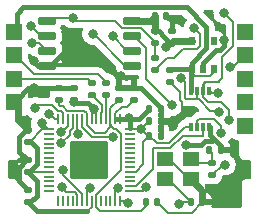
<source format=gbr>
%TF.GenerationSoftware,KiCad,Pcbnew,(6.0.2-0)*%
%TF.CreationDate,2022-06-01T12:35:39-04:00*%
%TF.ProjectId,hitclips_2040,68697463-6c69-4707-935f-323034302e6b,rev?*%
%TF.SameCoordinates,Original*%
%TF.FileFunction,Copper,L1,Top*%
%TF.FilePolarity,Positive*%
%FSLAX46Y46*%
G04 Gerber Fmt 4.6, Leading zero omitted, Abs format (unit mm)*
G04 Created by KiCad (PCBNEW (6.0.2-0)) date 2022-06-01 12:35:39*
%MOMM*%
%LPD*%
G01*
G04 APERTURE LIST*
G04 Aperture macros list*
%AMRoundRect*
0 Rectangle with rounded corners*
0 $1 Rounding radius*
0 $2 $3 $4 $5 $6 $7 $8 $9 X,Y pos of 4 corners*
0 Add a 4 corners polygon primitive as box body*
4,1,4,$2,$3,$4,$5,$6,$7,$8,$9,$2,$3,0*
0 Add four circle primitives for the rounded corners*
1,1,$1+$1,$2,$3*
1,1,$1+$1,$4,$5*
1,1,$1+$1,$6,$7*
1,1,$1+$1,$8,$9*
0 Add four rect primitives between the rounded corners*
20,1,$1+$1,$2,$3,$4,$5,0*
20,1,$1+$1,$4,$5,$6,$7,0*
20,1,$1+$1,$6,$7,$8,$9,0*
20,1,$1+$1,$8,$9,$2,$3,0*%
G04 Aperture macros list end*
%TA.AperFunction,SMDPad,CuDef*%
%ADD10RoundRect,0.150000X-0.650000X-0.150000X0.650000X-0.150000X0.650000X0.150000X-0.650000X0.150000X0*%
%TD*%
%TA.AperFunction,SMDPad,CuDef*%
%ADD11RoundRect,0.140000X-0.140000X-0.170000X0.140000X-0.170000X0.140000X0.170000X-0.140000X0.170000X0*%
%TD*%
%TA.AperFunction,SMDPad,CuDef*%
%ADD12RoundRect,0.140000X0.170000X-0.140000X0.170000X0.140000X-0.170000X0.140000X-0.170000X-0.140000X0*%
%TD*%
%TA.AperFunction,SMDPad,CuDef*%
%ADD13RoundRect,0.135000X-0.185000X0.135000X-0.185000X-0.135000X0.185000X-0.135000X0.185000X0.135000X0*%
%TD*%
%TA.AperFunction,SMDPad,CuDef*%
%ADD14RoundRect,0.135000X0.185000X-0.135000X0.185000X0.135000X-0.185000X0.135000X-0.185000X-0.135000X0*%
%TD*%
%TA.AperFunction,SMDPad,CuDef*%
%ADD15RoundRect,0.140000X0.140000X0.170000X-0.140000X0.170000X-0.140000X-0.170000X0.140000X-0.170000X0*%
%TD*%
%TA.AperFunction,SMDPad,CuDef*%
%ADD16R,0.510000X0.700000*%
%TD*%
%TA.AperFunction,SMDPad,CuDef*%
%ADD17R,1.400000X1.200000*%
%TD*%
%TA.AperFunction,ComponentPad*%
%ADD18R,1.350000X1.350000*%
%TD*%
%TA.AperFunction,SMDPad,CuDef*%
%ADD19RoundRect,0.140000X-0.170000X0.140000X-0.170000X-0.140000X0.170000X-0.140000X0.170000X0.140000X0*%
%TD*%
%TA.AperFunction,SMDPad,CuDef*%
%ADD20RoundRect,0.050000X-0.387500X-0.050000X0.387500X-0.050000X0.387500X0.050000X-0.387500X0.050000X0*%
%TD*%
%TA.AperFunction,SMDPad,CuDef*%
%ADD21RoundRect,0.050000X-0.050000X-0.387500X0.050000X-0.387500X0.050000X0.387500X-0.050000X0.387500X0*%
%TD*%
%TA.AperFunction,SMDPad,CuDef*%
%ADD22RoundRect,0.144000X-1.456000X-1.456000X1.456000X-1.456000X1.456000X1.456000X-1.456000X1.456000X0*%
%TD*%
%TA.AperFunction,ComponentPad*%
%ADD23C,0.600000*%
%TD*%
%TA.AperFunction,SMDPad,CuDef*%
%ADD24R,0.300000X0.800000*%
%TD*%
%TA.AperFunction,ViaPad*%
%ADD25C,0.800000*%
%TD*%
%TA.AperFunction,Conductor*%
%ADD26C,0.400000*%
%TD*%
%TA.AperFunction,Conductor*%
%ADD27C,0.200000*%
%TD*%
%TA.AperFunction,Conductor*%
%ADD28C,0.130000*%
%TD*%
%TA.AperFunction,Conductor*%
%ADD29C,0.600000*%
%TD*%
G04 APERTURE END LIST*
D10*
%TO.P,U2,1,~{CS}*%
%TO.N,QSPI_SS*%
X118320000Y-71247000D03*
%TO.P,U2,2,DO(IO1)*%
%TO.N,QSPI_SD1*%
X118320000Y-72517000D03*
%TO.P,U2,3,IO2*%
%TO.N,QSPI_SD2*%
X118320000Y-73787000D03*
%TO.P,U2,4,GND*%
%TO.N,GND*%
X118320000Y-75057000D03*
%TO.P,U2,5,DI(IO0)*%
%TO.N,QSPI_SD0*%
X125520000Y-75057000D03*
%TO.P,U2,6,CLK*%
%TO.N,QSPI_CLK*%
X125520000Y-73787000D03*
%TO.P,U2,7,IO3*%
%TO.N,QSPI_SD3*%
X125520000Y-72517000D03*
%TO.P,U2,8,VCC*%
%TO.N,+3V3*%
X125520000Y-71247000D03*
%TD*%
D11*
%TO.P,C14,1*%
%TO.N,+3V3*%
X127508000Y-70866000D03*
%TO.P,C14,2*%
%TO.N,GND*%
X128468000Y-70866000D03*
%TD*%
D12*
%TO.P,C9,1*%
%TO.N,+3V3*%
X116713000Y-81506000D03*
%TO.P,C9,2*%
%TO.N,GND*%
X116713000Y-80546000D03*
%TD*%
D13*
%TO.P,R3,1*%
%TO.N,+3V3*%
X127508000Y-72134000D03*
%TO.P,R3,2*%
%TO.N,QSPI_SS*%
X127508000Y-73154000D03*
%TD*%
%TO.P,R5,1*%
%TO.N,Net-(C16-Pad2)*%
X132334000Y-83310000D03*
%TO.P,R5,2*%
%TO.N,XOUT*%
X132334000Y-84330000D03*
%TD*%
D14*
%TO.P,R1,1*%
%TO.N,Net-(R1-Pad1)*%
X122123200Y-77522800D03*
%TO.P,R1,2*%
%TO.N,USB_D+*%
X122123200Y-76502800D03*
%TD*%
D12*
%TO.P,C11,1*%
%TO.N,+1V1*%
X119380000Y-77950000D03*
%TO.P,C11,2*%
%TO.N,GND*%
X119380000Y-76990000D03*
%TD*%
D11*
%TO.P,C5,1*%
%TO.N,+3V3*%
X127028000Y-81026000D03*
%TO.P,C5,2*%
%TO.N,GND*%
X127988000Y-81026000D03*
%TD*%
D15*
%TO.P,C15,1*%
%TO.N,GND*%
X131516000Y-86614000D03*
%TO.P,C15,2*%
%TO.N,XIN*%
X130556000Y-86614000D03*
%TD*%
D16*
%TO.P,U1,1,Vin*%
%TO.N,VBUS*%
X130622000Y-75328000D03*
%TO.P,U1,2,GND*%
%TO.N,GND*%
X131572000Y-75328000D03*
%TO.P,U1,3,En*%
%TO.N,VBUS*%
X132522000Y-75328000D03*
%TO.P,U1,4,NC*%
%TO.N,unconnected-(U1-Pad4)*%
X132522000Y-73008000D03*
%TO.P,U1,5,Vout*%
%TO.N,+3V3*%
X130622000Y-73008000D03*
%TD*%
D12*
%TO.P,C13,1*%
%TO.N,+3V3*%
X125730000Y-77950000D03*
%TO.P,C13,2*%
%TO.N,GND*%
X125730000Y-76990000D03*
%TD*%
D17*
%TO.P,Y1,1,1*%
%TO.N,XIN*%
X128313000Y-84670000D03*
%TO.P,Y1,2,2*%
%TO.N,GND*%
X130513000Y-84670000D03*
%TO.P,Y1,3,3*%
%TO.N,Net-(C16-Pad2)*%
X130513000Y-82970000D03*
%TO.P,Y1,4,4*%
%TO.N,GND*%
X128313000Y-82970000D03*
%TD*%
D18*
%TO.P,J1,1,Pin_1*%
%TO.N,VBUS*%
X115570000Y-72184000D03*
%TO.P,J1,2,Pin_2*%
%TO.N,USB_D-*%
X115570000Y-74184000D03*
%TO.P,J1,3,Pin_3*%
%TO.N,USB_D+*%
X115570000Y-76184000D03*
%TO.P,J1,4,Pin_4*%
%TO.N,GND*%
X115570000Y-78184000D03*
%TD*%
D12*
%TO.P,C7,1*%
%TO.N,+3V3*%
X116713000Y-86586000D03*
%TO.P,C7,2*%
%TO.N,GND*%
X116713000Y-85626000D03*
%TD*%
D11*
%TO.P,C3,1*%
%TO.N,+3V3*%
X127028000Y-78740000D03*
%TO.P,C3,2*%
%TO.N,GND*%
X127988000Y-78740000D03*
%TD*%
D15*
%TO.P,C16,1*%
%TO.N,GND*%
X133068000Y-82169000D03*
%TO.P,C16,2*%
%TO.N,Net-(C16-Pad2)*%
X132108000Y-82169000D03*
%TD*%
D19*
%TO.P,C1,1*%
%TO.N,VBUS*%
X128778000Y-75466000D03*
%TO.P,C1,2*%
%TO.N,GND*%
X128778000Y-76426000D03*
%TD*%
D14*
%TO.P,R2,1*%
%TO.N,Net-(R2-Pad1)*%
X123342400Y-77522800D03*
%TO.P,R2,2*%
%TO.N,USB_D-*%
X123342400Y-76502800D03*
%TD*%
D20*
%TO.P,U3,1,IOVDD*%
%TO.N,+3V3*%
X118482500Y-80458000D03*
%TO.P,U3,2,GPIO0*%
%TO.N,unconnected-(U3-Pad2)*%
X118482500Y-80858000D03*
%TO.P,U3,3,GPIO1*%
%TO.N,unconnected-(U3-Pad3)*%
X118482500Y-81258000D03*
%TO.P,U3,4,GPIO2*%
%TO.N,unconnected-(U3-Pad4)*%
X118482500Y-81658000D03*
%TO.P,U3,5,GPIO3*%
%TO.N,unconnected-(U3-Pad5)*%
X118482500Y-82058000D03*
%TO.P,U3,6,GPIO4*%
%TO.N,unconnected-(U3-Pad6)*%
X118482500Y-82458000D03*
%TO.P,U3,7,GPIO5*%
%TO.N,unconnected-(U3-Pad7)*%
X118482500Y-82858000D03*
%TO.P,U3,8,GPIO6*%
%TO.N,unconnected-(U3-Pad8)*%
X118482500Y-83258000D03*
%TO.P,U3,9,GPIO7*%
%TO.N,unconnected-(U3-Pad9)*%
X118482500Y-83658000D03*
%TO.P,U3,10,IOVDD*%
%TO.N,+3V3*%
X118482500Y-84058000D03*
%TO.P,U3,11,GPIO8*%
%TO.N,unconnected-(U3-Pad11)*%
X118482500Y-84458000D03*
%TO.P,U3,12,GPIO9*%
%TO.N,unconnected-(U3-Pad12)*%
X118482500Y-84858000D03*
%TO.P,U3,13,GPIO10*%
%TO.N,unconnected-(U3-Pad13)*%
X118482500Y-85258000D03*
%TO.P,U3,14,GPIO11*%
%TO.N,unconnected-(U3-Pad14)*%
X118482500Y-85658000D03*
D21*
%TO.P,U3,15,GPIO12*%
%TO.N,unconnected-(U3-Pad15)*%
X119320000Y-86495500D03*
%TO.P,U3,16,GPIO13*%
%TO.N,unconnected-(U3-Pad16)*%
X119720000Y-86495500D03*
%TO.P,U3,17,GPIO14*%
%TO.N,unconnected-(U3-Pad17)*%
X120120000Y-86495500D03*
%TO.P,U3,18,GPIO15*%
%TO.N,unconnected-(U3-Pad18)*%
X120520000Y-86495500D03*
%TO.P,U3,19,TESTEN*%
%TO.N,GND*%
X120920000Y-86495500D03*
%TO.P,U3,20,XIN*%
%TO.N,XIN*%
X121320000Y-86495500D03*
%TO.P,U3,21,XOUT*%
%TO.N,XOUT*%
X121720000Y-86495500D03*
%TO.P,U3,22,IOVDD*%
%TO.N,+3V3*%
X122120000Y-86495500D03*
%TO.P,U3,23,DVDD*%
%TO.N,+1V1*%
X122520000Y-86495500D03*
%TO.P,U3,24,SWCLK*%
%TO.N,unconnected-(U3-Pad24)*%
X122920000Y-86495500D03*
%TO.P,U3,25,SWD*%
%TO.N,unconnected-(U3-Pad25)*%
X123320000Y-86495500D03*
%TO.P,U3,26,RUN*%
%TO.N,unconnected-(U3-Pad26)*%
X123720000Y-86495500D03*
%TO.P,U3,27,GPIO16*%
%TO.N,PLY_TGL*%
X124120000Y-86495500D03*
%TO.P,U3,28,GPIO17*%
%TO.N,DBG*%
X124520000Y-86495500D03*
D20*
%TO.P,U3,29,GPIO18*%
%TO.N,AUD+*%
X125357500Y-85658000D03*
%TO.P,U3,30,GPIO19*%
%TO.N,AUD-*%
X125357500Y-85258000D03*
%TO.P,U3,31,GPIO20*%
%TO.N,unconnected-(U3-Pad31)*%
X125357500Y-84858000D03*
%TO.P,U3,32,GPIO21*%
%TO.N,unconnected-(U3-Pad32)*%
X125357500Y-84458000D03*
%TO.P,U3,33,IOVDD*%
%TO.N,+3V3*%
X125357500Y-84058000D03*
%TO.P,U3,34,GPIO22*%
%TO.N,unconnected-(U3-Pad34)*%
X125357500Y-83658000D03*
%TO.P,U3,35,GPIO23*%
%TO.N,unconnected-(U3-Pad35)*%
X125357500Y-83258000D03*
%TO.P,U3,36,GPIO24*%
%TO.N,unconnected-(U3-Pad36)*%
X125357500Y-82858000D03*
%TO.P,U3,37,GPIO25*%
%TO.N,unconnected-(U3-Pad37)*%
X125357500Y-82458000D03*
%TO.P,U3,38,GPIO26_ADC0*%
%TO.N,unconnected-(U3-Pad38)*%
X125357500Y-82058000D03*
%TO.P,U3,39,GPIO27_ADC1*%
%TO.N,unconnected-(U3-Pad39)*%
X125357500Y-81658000D03*
%TO.P,U3,40,GPIO28_ADC2*%
%TO.N,unconnected-(U3-Pad40)*%
X125357500Y-81258000D03*
%TO.P,U3,41,GPIO29_ADC3*%
%TO.N,unconnected-(U3-Pad41)*%
X125357500Y-80858000D03*
%TO.P,U3,42,IOVDD*%
%TO.N,+3V3*%
X125357500Y-80458000D03*
D21*
%TO.P,U3,43,ADC_AVDD*%
X124520000Y-79620500D03*
%TO.P,U3,44,VREG_IN*%
X124120000Y-79620500D03*
%TO.P,U3,45,VREG_VOUT*%
%TO.N,+1V1*%
X123720000Y-79620500D03*
%TO.P,U3,46,USB_DM*%
%TO.N,Net-(R2-Pad1)*%
X123320000Y-79620500D03*
%TO.P,U3,47,USB_DP*%
%TO.N,Net-(R1-Pad1)*%
X122920000Y-79620500D03*
%TO.P,U3,48,USB_VDD*%
%TO.N,+3V3*%
X122520000Y-79620500D03*
%TO.P,U3,49,IOVDD*%
X122120000Y-79620500D03*
%TO.P,U3,50,DVDD*%
%TO.N,+1V1*%
X121720000Y-79620500D03*
%TO.P,U3,51,QSPI_SD3*%
%TO.N,QSPI_SD3*%
X121320000Y-79620500D03*
%TO.P,U3,52,QSPI_SCLK*%
%TO.N,QSPI_CLK*%
X120920000Y-79620500D03*
%TO.P,U3,53,QSPI_SD0*%
%TO.N,QSPI_SD0*%
X120520000Y-79620500D03*
%TO.P,U3,54,QSPI_SD2*%
%TO.N,QSPI_SD2*%
X120120000Y-79620500D03*
%TO.P,U3,55,QSPI_SD1*%
%TO.N,QSPI_SD1*%
X119720000Y-79620500D03*
%TO.P,U3,56,QSPI_SS*%
%TO.N,QSPI_SS*%
X119320000Y-79620500D03*
D22*
%TO.P,U3,57,GND*%
%TO.N,GND*%
X121920000Y-83058000D03*
D23*
X120645000Y-81783000D03*
X123195000Y-84333000D03*
X121920000Y-84333000D03*
X120645000Y-83058000D03*
X123195000Y-83058000D03*
X121920000Y-83058000D03*
X121920000Y-81783000D03*
X120645000Y-84333000D03*
X123195000Y-81783000D03*
%TD*%
D24*
%TO.P,U5,1,VCCA*%
%TO.N,+3V3*%
X130568000Y-80290000D03*
%TO.P,U5,2,1A*%
%TO.N,AUD+*%
X131068000Y-80290000D03*
%TO.P,U5,3,2A*%
%TO.N,AUD-*%
X131568000Y-80290000D03*
%TO.P,U5,4,GND*%
%TO.N,GND*%
X132068000Y-80290000D03*
%TO.P,U5,5,DIR*%
%TO.N,+3V3*%
X132068000Y-77190000D03*
%TO.P,U5,6,2B*%
%TO.N,AUD_OUT-*%
X131568000Y-77190000D03*
%TO.P,U5,7,1B*%
%TO.N,AUD_OUT+*%
X131068000Y-77190000D03*
%TO.P,U5,8,VCCB*%
%TO.N,VBUS*%
X130568000Y-77190000D03*
%TD*%
D12*
%TO.P,C2,1*%
%TO.N,+3V3*%
X128905000Y-73124000D03*
%TO.P,C2,2*%
%TO.N,GND*%
X128905000Y-72164000D03*
%TD*%
%TO.P,C6,1*%
%TO.N,+3V3*%
X120650000Y-77950000D03*
%TO.P,C6,2*%
%TO.N,GND*%
X120650000Y-76990000D03*
%TD*%
D11*
%TO.P,C4,1*%
%TO.N,+3V3*%
X127028000Y-79756000D03*
%TO.P,C4,2*%
%TO.N,GND*%
X127988000Y-79756000D03*
%TD*%
%TO.P,C10,1*%
%TO.N,+1V1*%
X126746000Y-86614000D03*
%TO.P,C10,2*%
%TO.N,GND*%
X127706000Y-86614000D03*
%TD*%
D12*
%TO.P,C8,1*%
%TO.N,+3V3*%
X116713000Y-84046000D03*
%TO.P,C8,2*%
%TO.N,GND*%
X116713000Y-83086000D03*
%TD*%
D18*
%TO.P,J2,1,Pin_1*%
%TO.N,BOOTSEL*%
X135128000Y-72183800D03*
%TO.P,J2,2,Pin_2*%
%TO.N,PLY_TGL*%
X135128000Y-74183800D03*
%TO.P,J2,3,Pin_3*%
%TO.N,AUD_OUT+*%
X135128000Y-76183800D03*
%TO.P,J2,4,Pin_4*%
%TO.N,AUD_OUT-*%
X135128000Y-78183800D03*
%TO.P,J2,5,Pin_5*%
%TO.N,DBG*%
X135128000Y-80183800D03*
%TD*%
D14*
%TO.P,R4,1*%
%TO.N,BOOTSEL*%
X127508000Y-75440000D03*
%TO.P,R4,2*%
%TO.N,QSPI_SS*%
X127508000Y-74420000D03*
%TD*%
D12*
%TO.P,C12,1*%
%TO.N,+1V1*%
X124460000Y-77950000D03*
%TO.P,C12,2*%
%TO.N,GND*%
X124460000Y-76990000D03*
%TD*%
D25*
%TO.N,GND*%
X119964083Y-72252817D03*
X133376502Y-72898000D03*
X117244011Y-76990000D03*
X119634000Y-85344000D03*
X124640503Y-75920500D03*
X130112619Y-81753630D03*
X129667000Y-71311500D03*
X117244011Y-74676000D03*
X129032000Y-80137000D03*
%TO.N,+3V3*%
X132845755Y-77412502D03*
X120650000Y-78183980D03*
X126326000Y-80458000D03*
X117906800Y-79948630D03*
X125268627Y-79531627D03*
X128403866Y-73473825D03*
X122326400Y-78740000D03*
%TO.N,XIN*%
X119720500Y-83881531D03*
X129540000Y-86805500D03*
%TO.N,BOOTSEL*%
X130810000Y-71882000D03*
%TO.N,PLY_TGL*%
X124332150Y-85430466D03*
X133853486Y-75184000D03*
%TO.N,AUD_OUT+*%
X132909544Y-78959944D03*
X129670315Y-76127500D03*
%TO.N,AUD_OUT-*%
X133731000Y-79629000D03*
X133350000Y-70612000D03*
%TO.N,DBG*%
X125222000Y-86676500D03*
%TO.N,QSPI_SS*%
X120523000Y-70993000D03*
X118546225Y-79155675D03*
%TO.N,XOUT*%
X121999182Y-85462372D03*
X133412500Y-83439000D03*
%TO.N,QSPI_SD1*%
X117365702Y-78632169D03*
X116974356Y-71675982D03*
%TO.N,QSPI_SD2*%
X119560070Y-80648130D03*
X117094000Y-73152000D03*
%TO.N,QSPI_SD0*%
X122248058Y-72393905D03*
X119519500Y-81646807D03*
%TO.N,QSPI_CLK*%
X120983908Y-80842637D03*
X123952000Y-72581500D03*
%TO.N,QSPI_SD3*%
X123935180Y-81111989D03*
X128905000Y-78421500D03*
%TO.N,AUD+*%
X133096000Y-80772000D03*
X126769269Y-85367269D03*
%TD*%
D26*
%TO.N,VBUS*%
X128916000Y-75328000D02*
X128778000Y-75466000D01*
X130518489Y-75431511D02*
X130518489Y-77190000D01*
X130162680Y-70104000D02*
X116332000Y-70104000D01*
D27*
X130841511Y-75977511D02*
X130622000Y-75758000D01*
X132522000Y-75328000D02*
X132522000Y-75582022D01*
D26*
X116332000Y-70104000D02*
X115770020Y-70665980D01*
X130622000Y-75328000D02*
X128916000Y-75328000D01*
D27*
X132126511Y-75977511D02*
X130841511Y-75977511D01*
D26*
X131826000Y-73604427D02*
X131826000Y-71767320D01*
D27*
X130622000Y-75758000D02*
X130622000Y-75328000D01*
D26*
X131826000Y-71767320D02*
X130162680Y-70104000D01*
X130622000Y-75328000D02*
X130518489Y-75431511D01*
D27*
X132522000Y-75582022D02*
X132126511Y-75977511D01*
D26*
X115770020Y-70665980D02*
X115770020Y-72184000D01*
X130622000Y-74808427D02*
X131826000Y-73604427D01*
X130622000Y-75328000D02*
X130622000Y-74808427D01*
D28*
%TO.N,GND*%
X120920000Y-86013202D02*
X120700278Y-85793480D01*
D26*
X132467160Y-81273840D02*
X132117511Y-80924191D01*
X132688467Y-73757511D02*
X132998489Y-73757511D01*
X127988000Y-79756000D02*
X127988000Y-78740000D01*
X132117511Y-80924191D02*
X132117511Y-80290000D01*
D27*
X129619449Y-77267449D02*
X129619449Y-77955477D01*
X128778000Y-76426000D02*
X129619449Y-77267449D01*
D29*
X130513000Y-84670000D02*
X131516000Y-85673000D01*
D26*
X127988000Y-78740000D02*
X127988000Y-78627004D01*
D27*
X129794000Y-79375000D02*
X129032000Y-80137000D01*
X128440000Y-82970000D02*
X128690000Y-82970000D01*
D26*
X119380000Y-76990000D02*
X116764000Y-76990000D01*
X128905000Y-72164000D02*
X128905000Y-71303000D01*
D27*
X128690000Y-82970000D02*
X130390000Y-84670000D01*
D26*
X115951000Y-84864000D02*
X116713000Y-85626000D01*
X133068000Y-82169000D02*
X133068000Y-81874680D01*
X118627138Y-75057000D02*
X119964083Y-73720055D01*
X115951000Y-83735004D02*
X115951000Y-84864000D01*
X133068000Y-81874680D02*
X132467160Y-81273840D01*
X128905000Y-71303000D02*
X128468000Y-70866000D01*
X116003480Y-81142524D02*
X116003480Y-82376480D01*
X117625011Y-75057000D02*
X117244011Y-74676000D01*
X131572000Y-74873978D02*
X132688467Y-73757511D01*
X131708498Y-81459480D02*
X132281520Y-81459480D01*
D27*
X124640503Y-75920500D02*
X124460000Y-76101003D01*
D26*
X116713000Y-83086000D02*
X116600004Y-83086000D01*
X132998489Y-73757511D02*
X133376502Y-73379498D01*
X116003480Y-82376480D02*
X116713000Y-83086000D01*
X130112619Y-81753630D02*
X131414348Y-81753630D01*
D28*
X119931080Y-85793480D02*
X119634000Y-85496400D01*
D26*
X116713000Y-80546000D02*
X116600004Y-80546000D01*
X118320000Y-75057000D02*
X118627138Y-75057000D01*
X118320000Y-75057000D02*
X117625011Y-75057000D01*
D29*
X131516000Y-85673000D02*
X131516000Y-86614000D01*
D27*
X124460000Y-76101003D02*
X124460000Y-76990000D01*
D26*
X127988000Y-78627004D02*
X126350996Y-76990000D01*
D27*
X129794000Y-78130028D02*
X129794000Y-79375000D01*
D26*
X131572000Y-75328000D02*
X131572000Y-74873978D01*
X116764000Y-76990000D02*
X115770020Y-77983980D01*
X127988000Y-81026000D02*
X127988000Y-79756000D01*
D29*
X127988000Y-79756000D02*
X128651000Y-79756000D01*
D27*
X129619449Y-77955477D02*
X129794000Y-78130028D01*
D26*
X116600004Y-80546000D02*
X116003480Y-81142524D01*
D27*
X127706000Y-86614000D02*
X128597011Y-87505011D01*
D28*
X119634000Y-85496400D02*
X119634000Y-85344000D01*
D26*
X116600004Y-83086000D02*
X115951000Y-83735004D01*
D28*
X120920000Y-86495500D02*
X120920000Y-86013202D01*
D27*
X128597011Y-87505011D02*
X130624989Y-87505011D01*
D26*
X132281520Y-81459480D02*
X132467160Y-81273840D01*
D29*
X116713000Y-80546000D02*
X115870020Y-79703020D01*
D28*
X120700278Y-85793480D02*
X119931080Y-85793480D01*
D26*
X128905000Y-71303000D02*
X129658500Y-71303000D01*
X115770020Y-77983980D02*
X115770020Y-78184000D01*
D29*
X128651000Y-79756000D02*
X129032000Y-80137000D01*
D26*
X133376502Y-73379498D02*
X133376502Y-72898000D01*
X120650000Y-76990000D02*
X119380000Y-76990000D01*
X129658500Y-71303000D02*
X129667000Y-71311500D01*
X126350996Y-76990000D02*
X125730000Y-76990000D01*
X131414348Y-81753630D02*
X131708498Y-81459480D01*
D27*
X130624989Y-87505011D02*
X131516000Y-86614000D01*
D29*
X115870020Y-79703020D02*
X115870020Y-78184000D01*
D26*
X119964083Y-73720055D02*
X119964083Y-72252817D01*
%TO.N,+3V3*%
X121811920Y-78225520D02*
X122326400Y-78740000D01*
D29*
X125520000Y-71247000D02*
X127127000Y-71247000D01*
D27*
X122120000Y-87027295D02*
X121771295Y-87376000D01*
D26*
X116713000Y-86586000D02*
X116953677Y-86586000D01*
D27*
X126520489Y-83426806D02*
X126520489Y-81533511D01*
X122120000Y-86495500D02*
X122120000Y-87027295D01*
D26*
X127508000Y-72134000D02*
X127802004Y-72134000D01*
X120650000Y-78183980D02*
X120691540Y-78225520D01*
D27*
X132845755Y-77412502D02*
X132290502Y-77412502D01*
X122120000Y-79620500D02*
X122120000Y-78946400D01*
D26*
X116825996Y-84046000D02*
X117475000Y-83396996D01*
X116713000Y-84046000D02*
X116825996Y-84046000D01*
D27*
X125357500Y-84058000D02*
X125889295Y-84058000D01*
D26*
X117475000Y-84808000D02*
X116713000Y-84046000D01*
X117475000Y-86064677D02*
X117475000Y-84808000D01*
D27*
X118482500Y-80458000D02*
X118416170Y-80458000D01*
X122520000Y-78933600D02*
X122326400Y-78740000D01*
D26*
X126147500Y-79620500D02*
X127028000Y-78740000D01*
X116953677Y-86586000D02*
X117475000Y-86064677D01*
D27*
X124120000Y-79620500D02*
X124120000Y-79080000D01*
X125150480Y-78529520D02*
X125730000Y-77950000D01*
X125889295Y-84058000D02*
X126520489Y-83426806D01*
X120650000Y-78229961D02*
X120650000Y-77950000D01*
D26*
X117475000Y-83396996D02*
X117475000Y-82014000D01*
D27*
X128291002Y-72622998D02*
X128403866Y-72735862D01*
D29*
X127508000Y-70866000D02*
X127508000Y-72134000D01*
D26*
X117906800Y-79948630D02*
X117906800Y-80162400D01*
X117475000Y-82014000D02*
X116967000Y-81506000D01*
D27*
X127028000Y-81026000D02*
X127637520Y-81635520D01*
D26*
X121771295Y-87376000D02*
X117503000Y-87376000D01*
D27*
X126326000Y-80458000D02*
X127028000Y-79756000D01*
D26*
X125357500Y-79620500D02*
X125357500Y-80358480D01*
D27*
X118482500Y-84058000D02*
X116725000Y-84058000D01*
X132290502Y-77412502D02*
X132068000Y-77190000D01*
D28*
X120650000Y-77950000D02*
X120650000Y-78183980D01*
D27*
X128676480Y-81635520D02*
X130022000Y-80290000D01*
X116725000Y-84058000D02*
X116713000Y-84046000D01*
X122120000Y-78946400D02*
X122326400Y-78740000D01*
X122520000Y-79620500D02*
X122520000Y-78933600D01*
D26*
X117503000Y-87376000D02*
X116713000Y-86586000D01*
D27*
X116902705Y-81506000D02*
X116713000Y-81506000D01*
X124120000Y-79080000D02*
X124670480Y-78529520D01*
X118482500Y-80458000D02*
X117950705Y-80458000D01*
X130022000Y-80290000D02*
X130568000Y-80290000D01*
X125357500Y-80458000D02*
X126326000Y-80458000D01*
D26*
X120691540Y-78225520D02*
X121811920Y-78225520D01*
D27*
X127028000Y-81026000D02*
X126894000Y-81026000D01*
D26*
X128291002Y-72622998D02*
X128792004Y-73124000D01*
D27*
X126894000Y-81026000D02*
X126326000Y-80458000D01*
X124670480Y-78529520D02*
X125150480Y-78529520D01*
X118416170Y-80458000D02*
X117906800Y-79948630D01*
X126520489Y-81533511D02*
X127028000Y-81026000D01*
X117950705Y-80458000D02*
X116902705Y-81506000D01*
D29*
X127127000Y-71247000D02*
X127508000Y-70866000D01*
D26*
X124520000Y-79620500D02*
X124219520Y-79620500D01*
X127802004Y-72134000D02*
X128291002Y-72622998D01*
D27*
X127637520Y-81635520D02*
X128676480Y-81635520D01*
D26*
X124520000Y-79620500D02*
X126147500Y-79620500D01*
D29*
X130622000Y-73008000D02*
X129021000Y-73008000D01*
D27*
X128403866Y-72735862D02*
X128403866Y-73473825D01*
D26*
X128792004Y-73124000D02*
X128905000Y-73124000D01*
D29*
X129021000Y-73008000D02*
X128905000Y-73124000D01*
D27*
%TO.N,+1V1*%
X119663781Y-78467480D02*
X119412280Y-78467480D01*
X121720000Y-79620500D02*
X121720000Y-79088705D01*
D28*
X124064680Y-80447478D02*
X124210431Y-80447478D01*
D27*
X119380000Y-78435200D02*
X119380000Y-77950000D01*
X122520000Y-87027295D02*
X122520000Y-86495500D01*
D28*
X122376480Y-80782469D02*
X123230331Y-80782469D01*
X123720000Y-80292800D02*
X123720000Y-79620500D01*
D27*
X123720000Y-78690000D02*
X123720000Y-79620500D01*
X124460000Y-77950000D02*
X123720000Y-78690000D01*
X122868705Y-87376000D02*
X122520000Y-87027295D01*
D28*
X124599691Y-83933511D02*
X122520000Y-86013202D01*
D27*
X126288800Y-87376000D02*
X122868705Y-87376000D01*
X126746000Y-86614000D02*
X126746000Y-86918800D01*
X121720000Y-79088705D02*
X121514775Y-78883480D01*
D28*
X123755480Y-80010000D02*
X123755480Y-80116815D01*
D27*
X119412280Y-78467480D02*
X119380000Y-78435200D01*
X121514775Y-78883480D02*
X120079781Y-78883480D01*
D28*
X122520000Y-86013202D02*
X122520000Y-86495500D01*
D27*
X126746000Y-86918800D02*
X126288800Y-87376000D01*
X120079781Y-78883480D02*
X119663781Y-78467480D01*
D28*
X121720000Y-79620500D02*
X121720000Y-80125989D01*
X123720000Y-79620500D02*
X123720000Y-80102798D01*
X124210431Y-80447478D02*
X124599691Y-80836738D01*
X121720000Y-80125989D02*
X122376480Y-80782469D01*
X123230331Y-80782469D02*
X123720000Y-80292800D01*
X123720000Y-80102798D02*
X124064680Y-80447478D01*
X124599691Y-80836738D02*
X124599691Y-83933511D01*
%TO.N,XIN*%
X120836770Y-85463960D02*
X121320000Y-85947190D01*
D27*
X129731500Y-86614000D02*
X129540000Y-86805500D01*
D28*
X119720500Y-84348234D02*
X120836226Y-85463960D01*
D27*
X128612000Y-84670000D02*
X128440000Y-84670000D01*
D28*
X119720500Y-83881531D02*
X119720500Y-84348234D01*
X121320000Y-85947190D02*
X121320000Y-86495500D01*
X120836226Y-85463960D02*
X120836770Y-85463960D01*
D27*
X130556000Y-86614000D02*
X128612000Y-84670000D01*
X130556000Y-86614000D02*
X129731500Y-86614000D01*
%TO.N,Net-(C16-Pad2)*%
X132334000Y-83310000D02*
X130980000Y-83310000D01*
X132334000Y-83310000D02*
X132334000Y-82395000D01*
X132334000Y-82395000D02*
X132108000Y-82169000D01*
X130980000Y-83310000D02*
X130640000Y-82970000D01*
D28*
%TO.N,USB_D-*%
X123393200Y-76502800D02*
X122684000Y-75793600D01*
X117244620Y-75793600D02*
X115635020Y-74184000D01*
X122684000Y-75793600D02*
X117244620Y-75793600D01*
%TO.N,USB_D+*%
X121855200Y-76184000D02*
X115635020Y-76184000D01*
X122224800Y-76553600D02*
X121855200Y-76184000D01*
D27*
%TO.N,BOOTSEL*%
X131064000Y-73660000D02*
X129907575Y-73660000D01*
X131318000Y-73406000D02*
X131064000Y-73660000D01*
X131318000Y-73406000D02*
X131318000Y-72390000D01*
X129907575Y-73660000D02*
X129130055Y-74437520D01*
X131318000Y-72390000D02*
X130810000Y-71882000D01*
X129130055Y-74437520D02*
X128510480Y-74437520D01*
X128510480Y-74437520D02*
X127508000Y-75440000D01*
%TO.N,PLY_TGL*%
X124120000Y-85642616D02*
X124120000Y-86495500D01*
X124332150Y-85430466D02*
X124120000Y-85642616D01*
X134153489Y-75074491D02*
X135027980Y-74200000D01*
X133853486Y-75184000D02*
X133962995Y-75074491D01*
X133962995Y-75074491D02*
X134153489Y-75074491D01*
%TO.N,AUD_OUT+*%
X130133006Y-77904028D02*
X130018969Y-77789991D01*
X130018969Y-76476154D02*
X129670315Y-76127500D01*
X132838613Y-78889013D02*
X132172007Y-78889013D01*
X131187022Y-77904028D02*
X131068000Y-77904028D01*
X130018969Y-77789991D02*
X130018969Y-76476154D01*
X131068000Y-77904028D02*
X130133006Y-77904028D01*
X132909544Y-78959944D02*
X132838613Y-78889013D01*
X131068000Y-77904028D02*
X131068000Y-77190000D01*
X132172007Y-78889013D02*
X131187022Y-77904028D01*
%TO.N,AUD_OUT-*%
X133050872Y-78112013D02*
X131960013Y-78112013D01*
X134112000Y-73406000D02*
X133153986Y-74364014D01*
X132913001Y-76490489D02*
X131618489Y-76490489D01*
X134112000Y-71374000D02*
X134112000Y-73406000D01*
X133731000Y-79629000D02*
X133731000Y-78792141D01*
X132811522Y-76490489D02*
X131789511Y-76490489D01*
X131618489Y-77240489D02*
X131568000Y-77190000D01*
X131568000Y-76712000D02*
X131568000Y-77190000D01*
X131789511Y-76490489D02*
X131568000Y-76712000D01*
X132908506Y-76393506D02*
X132811522Y-76490489D01*
X133731000Y-78792141D02*
X133050872Y-78112013D01*
X133153986Y-74364014D02*
X133153986Y-76148026D01*
X131960013Y-78112013D02*
X131568000Y-77720000D01*
X131568000Y-77720000D02*
X131568000Y-77190000D01*
X131618489Y-76490489D02*
X131618489Y-77240489D01*
X133153986Y-76148026D02*
X132908506Y-76393506D01*
X133350000Y-70612000D02*
X134112000Y-71374000D01*
%TO.N,DBG*%
X125041000Y-86495500D02*
X125222000Y-86676500D01*
X124520000Y-86495500D02*
X125041000Y-86495500D01*
%TO.N,Net-(R1-Pad1)*%
X122328400Y-77726000D02*
X121920000Y-77726000D01*
D28*
X122920000Y-79620500D02*
X122920000Y-79086162D01*
X122990911Y-79015251D02*
X122990911Y-78390511D01*
X122990911Y-78390511D02*
X122123200Y-77522800D01*
X122920000Y-79086162D02*
X122990911Y-79015251D01*
%TO.N,Net-(R2-Pad1)*%
X123342400Y-79598100D02*
X123342400Y-77522800D01*
X123320000Y-79620500D02*
X123342400Y-79598100D01*
D27*
%TO.N,QSPI_SS*%
X120777000Y-71247000D02*
X124084283Y-71247000D01*
X119011050Y-79620500D02*
X119320000Y-79620500D01*
X127508000Y-73069283D02*
X127508000Y-73154000D01*
X118491000Y-71247000D02*
X118320000Y-71247000D01*
X124683803Y-71846520D02*
X126285237Y-71846520D01*
X126285237Y-71846520D02*
X127508000Y-73069283D01*
X124084283Y-71247000D02*
X124683803Y-71846520D01*
X118745000Y-70993000D02*
X118491000Y-71247000D01*
X118546225Y-79155675D02*
X119011050Y-79620500D01*
X120523000Y-70993000D02*
X118745000Y-70993000D01*
X127508000Y-74420000D02*
X127508000Y-73154000D01*
X120523000Y-70993000D02*
X120777000Y-71247000D01*
D28*
%TO.N,XOUT*%
X121720000Y-86495500D02*
X121720000Y-85741554D01*
D27*
X133225000Y-83439000D02*
X132334000Y-84330000D01*
X133412500Y-83439000D02*
X133225000Y-83439000D01*
D28*
X121720000Y-85741554D02*
X121999182Y-85462372D01*
D27*
%TO.N,QSPI_SD1*%
X116974356Y-71675982D02*
X117815374Y-72517000D01*
X117815374Y-72517000D02*
X118320000Y-72517000D01*
X118814994Y-78435200D02*
X119246793Y-78866999D01*
X119720000Y-79088705D02*
X119720000Y-79620500D01*
X117562671Y-78435200D02*
X118814994Y-78435200D01*
X119246793Y-78866999D02*
X119498294Y-78866999D01*
X119498294Y-78866999D02*
X119720000Y-79088705D01*
X117365702Y-78632169D02*
X117562671Y-78435200D01*
%TO.N,QSPI_SD2*%
X119847815Y-80424480D02*
X120120000Y-80152295D01*
X120120000Y-80152295D02*
X120120000Y-79620500D01*
X119783720Y-80424480D02*
X119847815Y-80424480D01*
X119560070Y-80648130D02*
X119783720Y-80424480D01*
X117094000Y-73152000D02*
X117685000Y-73152000D01*
X117685000Y-73152000D02*
X118320000Y-73787000D01*
%TO.N,QSPI_SD0*%
X124993546Y-75057000D02*
X125520000Y-75057000D01*
X122248058Y-72393905D02*
X122330451Y-72393905D01*
D28*
X120520000Y-80366783D02*
X120269000Y-80617783D01*
D27*
X122330451Y-72393905D02*
X124993546Y-75057000D01*
D28*
X120520000Y-79620500D02*
X120520000Y-80366783D01*
X120269000Y-80897307D02*
X119519500Y-81646807D01*
X120269000Y-80617783D02*
X120269000Y-80897307D01*
D27*
%TO.N,QSPI_CLK*%
X123952000Y-72581500D02*
X125157500Y-73787000D01*
X125157500Y-73787000D02*
X125520000Y-73787000D01*
D28*
X120920000Y-80778729D02*
X120983908Y-80842637D01*
X120920000Y-79620500D02*
X120920000Y-80778729D01*
D27*
%TO.N,QSPI_SD3*%
X125685717Y-72517000D02*
X125520000Y-72517000D01*
X126746000Y-76200000D02*
X126746000Y-73577283D01*
X126746000Y-73577283D02*
X125685717Y-72517000D01*
D28*
X123935180Y-81111989D02*
X122193022Y-81111989D01*
D27*
X128905000Y-78421500D02*
X128905000Y-78359000D01*
D28*
X122193022Y-81111989D02*
X121320000Y-80238967D01*
X121320000Y-80238967D02*
X121320000Y-79620500D01*
D27*
X128905000Y-78359000D02*
X126746000Y-76200000D01*
%TO.N,AUD-*%
X128806517Y-82070489D02*
X129887495Y-80989511D01*
X127313489Y-82070489D02*
X128806517Y-82070489D01*
X129887495Y-80989511D02*
X131517511Y-80989511D01*
X127313489Y-83833806D02*
X127313489Y-82070489D01*
X125889295Y-85258000D02*
X127313489Y-83833806D01*
X125357500Y-85258000D02*
X125889295Y-85258000D01*
X131517511Y-80989511D02*
X131568000Y-80939022D01*
X131568000Y-80939022D02*
X131568000Y-80290000D01*
%TO.N,AUD+*%
X126769269Y-85367269D02*
X126478538Y-85658000D01*
X131229511Y-79590489D02*
X131068000Y-79752000D01*
X133096000Y-80168978D02*
X132517511Y-79590489D01*
X126478538Y-85658000D02*
X125357500Y-85658000D01*
X133096000Y-80772000D02*
X133096000Y-80168978D01*
X132517511Y-79590489D02*
X131229511Y-79590489D01*
X131068000Y-79752000D02*
X131068000Y-80290000D01*
%TD*%
%TA.AperFunction,Conductor*%
%TO.N,GND*%
G36*
X134065758Y-81197191D02*
G01*
X134077415Y-81209124D01*
X134078008Y-81208531D01*
X134084358Y-81214881D01*
X134089739Y-81222061D01*
X134206295Y-81309415D01*
X134342684Y-81360545D01*
X134404866Y-81367300D01*
X134494000Y-81367300D01*
X134562121Y-81387302D01*
X134608614Y-81440958D01*
X134620000Y-81493300D01*
X134620000Y-82550098D01*
X134619998Y-82550868D01*
X134619524Y-82628452D01*
X134621990Y-82637081D01*
X134621991Y-82637086D01*
X134627639Y-82656848D01*
X134631217Y-82673609D01*
X134634130Y-82693952D01*
X134634133Y-82693962D01*
X134635405Y-82702845D01*
X134646021Y-82726195D01*
X134652464Y-82743707D01*
X134659512Y-82768365D01*
X134675274Y-82793348D01*
X134683404Y-82808414D01*
X134695633Y-82835310D01*
X134712374Y-82854739D01*
X134723479Y-82869747D01*
X134737160Y-82891431D01*
X134743888Y-82897373D01*
X134759296Y-82910981D01*
X134771340Y-82923173D01*
X134790619Y-82945547D01*
X134798147Y-82950426D01*
X134798150Y-82950429D01*
X134812139Y-82959496D01*
X134827013Y-82970786D01*
X134846228Y-82987756D01*
X134854354Y-82991571D01*
X134854355Y-82991572D01*
X134860021Y-82994232D01*
X134872966Y-83000310D01*
X134887935Y-83008624D01*
X134912727Y-83024693D01*
X134929650Y-83029754D01*
X134937290Y-83032039D01*
X134954736Y-83038701D01*
X134977948Y-83049599D01*
X135007130Y-83054143D01*
X135023849Y-83057926D01*
X135043536Y-83063814D01*
X135043539Y-83063815D01*
X135052141Y-83066387D01*
X135061116Y-83066442D01*
X135061117Y-83066442D01*
X135067810Y-83066483D01*
X135086556Y-83066597D01*
X135087328Y-83066630D01*
X135088423Y-83066800D01*
X135119298Y-83066800D01*
X135120068Y-83066802D01*
X135193716Y-83067252D01*
X135193717Y-83067252D01*
X135197652Y-83067276D01*
X135198996Y-83066892D01*
X135200341Y-83066800D01*
X135510000Y-83066800D01*
X135578121Y-83086802D01*
X135624614Y-83140458D01*
X135636000Y-83192800D01*
X135636000Y-84506800D01*
X135615998Y-84574921D01*
X135562342Y-84621414D01*
X135510000Y-84632800D01*
X135336702Y-84632800D01*
X135335932Y-84632798D01*
X135335078Y-84632793D01*
X135258348Y-84632324D01*
X135249719Y-84634790D01*
X135249714Y-84634791D01*
X135229952Y-84640439D01*
X135213191Y-84644017D01*
X135192848Y-84646930D01*
X135192838Y-84646933D01*
X135183955Y-84648205D01*
X135160605Y-84658821D01*
X135143093Y-84665264D01*
X135135057Y-84667561D01*
X135118435Y-84672312D01*
X135093452Y-84688074D01*
X135078386Y-84696204D01*
X135051490Y-84708433D01*
X135032061Y-84725174D01*
X135017053Y-84736279D01*
X134995369Y-84749960D01*
X134989427Y-84756688D01*
X134975819Y-84772096D01*
X134963627Y-84784140D01*
X134941253Y-84803419D01*
X134936374Y-84810947D01*
X134936371Y-84810950D01*
X134927304Y-84824939D01*
X134916014Y-84839813D01*
X134899044Y-84859028D01*
X134886490Y-84885766D01*
X134878176Y-84900735D01*
X134862107Y-84925527D01*
X134859535Y-84934127D01*
X134854761Y-84950090D01*
X134848099Y-84967536D01*
X134837201Y-84990748D01*
X134835820Y-84999621D01*
X134832658Y-85019928D01*
X134828874Y-85036649D01*
X134822986Y-85056336D01*
X134822985Y-85056339D01*
X134820413Y-85064941D01*
X134820358Y-85073916D01*
X134820358Y-85073917D01*
X134820203Y-85099346D01*
X134820170Y-85100128D01*
X134820000Y-85101223D01*
X134820000Y-85132098D01*
X134819998Y-85132868D01*
X134819524Y-85210452D01*
X134819908Y-85211796D01*
X134820000Y-85213141D01*
X134820000Y-86996000D01*
X134799998Y-87064121D01*
X134746342Y-87110614D01*
X134694000Y-87122000D01*
X132400411Y-87122000D01*
X132332290Y-87101998D01*
X132285797Y-87048342D01*
X132275693Y-86978068D01*
X132279414Y-86960846D01*
X132299313Y-86892356D01*
X132300768Y-86884391D01*
X132297948Y-86870969D01*
X132286487Y-86868000D01*
X131470500Y-86868000D01*
X131402379Y-86847998D01*
X131355886Y-86794342D01*
X131344500Y-86742000D01*
X131344500Y-86486000D01*
X131364502Y-86417879D01*
X131418158Y-86371386D01*
X131470500Y-86360000D01*
X132284424Y-86360000D01*
X132299219Y-86355656D01*
X132301063Y-86345225D01*
X132299312Y-86335641D01*
X132257643Y-86192216D01*
X132251396Y-86177780D01*
X132176124Y-86050501D01*
X132166484Y-86038074D01*
X132061926Y-85933516D01*
X132049499Y-85923876D01*
X131922220Y-85848604D01*
X131907784Y-85842357D01*
X131764359Y-85800688D01*
X131751756Y-85798386D01*
X131723898Y-85796193D01*
X131718969Y-85796000D01*
X131705561Y-85796000D01*
X131637440Y-85775998D01*
X131590947Y-85722342D01*
X131580843Y-85652068D01*
X131604734Y-85594435D01*
X131657789Y-85523644D01*
X131666324Y-85508054D01*
X131711478Y-85387606D01*
X131715105Y-85372351D01*
X131720631Y-85321486D01*
X131721000Y-85314672D01*
X131721000Y-85177263D01*
X131741002Y-85109142D01*
X131794658Y-85062649D01*
X131864932Y-85052545D01*
X131890635Y-85059814D01*
X131891404Y-85060269D01*
X131899010Y-85062479D01*
X131899013Y-85062480D01*
X131967510Y-85082380D01*
X132047534Y-85105629D01*
X132053941Y-85106133D01*
X132053945Y-85106134D01*
X132081556Y-85108307D01*
X132081562Y-85108307D01*
X132084011Y-85108500D01*
X132333848Y-85108500D01*
X132583988Y-85108499D01*
X132620466Y-85105629D01*
X132735075Y-85072332D01*
X132768983Y-85062481D01*
X132768985Y-85062480D01*
X132776596Y-85060269D01*
X132806688Y-85042473D01*
X132909720Y-84981540D01*
X132916541Y-84977506D01*
X133031506Y-84862541D01*
X133062017Y-84810950D01*
X133110234Y-84729419D01*
X133110234Y-84729418D01*
X133114269Y-84722596D01*
X133118502Y-84708028D01*
X133155753Y-84579808D01*
X133159629Y-84566466D01*
X133160206Y-84559142D01*
X133162307Y-84532444D01*
X133162307Y-84532438D01*
X133162500Y-84529989D01*
X133162500Y-84470255D01*
X133182502Y-84402134D01*
X133236158Y-84355641D01*
X133303937Y-84345896D01*
X133303985Y-84345437D01*
X133305801Y-84345628D01*
X133306432Y-84345537D01*
X133308590Y-84345921D01*
X133310557Y-84346128D01*
X133317013Y-84347500D01*
X133507987Y-84347500D01*
X133514439Y-84346128D01*
X133514444Y-84346128D01*
X133623414Y-84322965D01*
X133694788Y-84307794D01*
X133817663Y-84253087D01*
X133863222Y-84232803D01*
X133863224Y-84232802D01*
X133869252Y-84230118D01*
X134023753Y-84117866D01*
X134059198Y-84078500D01*
X134147121Y-83980852D01*
X134147122Y-83980851D01*
X134151540Y-83975944D01*
X134209814Y-83875010D01*
X134243723Y-83816279D01*
X134243724Y-83816278D01*
X134247027Y-83810556D01*
X134306042Y-83628928D01*
X134307177Y-83618134D01*
X134325314Y-83445565D01*
X134326004Y-83439000D01*
X134320803Y-83389512D01*
X134306732Y-83255635D01*
X134306732Y-83255633D01*
X134306042Y-83249072D01*
X134247027Y-83067444D01*
X134237522Y-83050980D01*
X134193310Y-82974404D01*
X134151540Y-82902056D01*
X134135138Y-82883839D01*
X134028175Y-82765045D01*
X134028174Y-82765044D01*
X134023753Y-82760134D01*
X133877977Y-82654221D01*
X133834623Y-82597998D01*
X133828548Y-82527262D01*
X133831041Y-82517131D01*
X133851313Y-82447356D01*
X133852768Y-82439391D01*
X133849948Y-82425969D01*
X133838487Y-82423000D01*
X133061936Y-82423000D01*
X132993815Y-82402998D01*
X132947322Y-82349342D01*
X132937014Y-82313446D01*
X132936228Y-82307471D01*
X132926838Y-82236150D01*
X132906090Y-82186061D01*
X132896500Y-82137845D01*
X132896500Y-82041000D01*
X132916502Y-81972879D01*
X132970158Y-81926386D01*
X133022500Y-81915000D01*
X133836424Y-81915000D01*
X133851219Y-81910656D01*
X133853063Y-81900225D01*
X133851312Y-81890641D01*
X133809643Y-81747216D01*
X133803396Y-81732780D01*
X133728126Y-81605505D01*
X133718601Y-81593226D01*
X133692652Y-81527141D01*
X133706550Y-81457518D01*
X133724516Y-81431693D01*
X133835040Y-81308944D01*
X133878752Y-81233233D01*
X133930133Y-81184241D01*
X133999847Y-81170805D01*
X134065758Y-81197191D01*
G37*
%TD.AperFunction*%
%TA.AperFunction,Conductor*%
G36*
X119637012Y-85076251D02*
G01*
X119643595Y-85082380D01*
X119895620Y-85334405D01*
X119929646Y-85396717D01*
X119924581Y-85467532D01*
X119882034Y-85524368D01*
X119815514Y-85549179D01*
X119806525Y-85549500D01*
X119626608Y-85549500D01*
X119575162Y-85555726D01*
X119560755Y-85557469D01*
X119490725Y-85545796D01*
X119438123Y-85498114D01*
X119419650Y-85429563D01*
X119420531Y-85417245D01*
X119425964Y-85372351D01*
X119428500Y-85351392D01*
X119428500Y-85171475D01*
X119448502Y-85103354D01*
X119502158Y-85056861D01*
X119572432Y-85046757D01*
X119637012Y-85076251D01*
G37*
%TD.AperFunction*%
%TA.AperFunction,Conductor*%
G36*
X116708621Y-82852002D02*
G01*
X116755114Y-82905658D01*
X116766500Y-82958000D01*
X116766500Y-83051336D01*
X116746498Y-83119457D01*
X116729595Y-83140431D01*
X116649431Y-83220595D01*
X116587119Y-83254621D01*
X116560336Y-83257500D01*
X116477516Y-83257500D01*
X116475068Y-83257693D01*
X116475060Y-83257693D01*
X116447156Y-83259889D01*
X116447151Y-83259890D01*
X116440746Y-83260394D01*
X116341995Y-83289084D01*
X116291016Y-83303894D01*
X116291014Y-83303895D01*
X116283403Y-83306106D01*
X116276581Y-83310141D01*
X116276580Y-83310141D01*
X116255760Y-83322454D01*
X116191621Y-83340000D01*
X115919442Y-83340000D01*
X115905911Y-83343973D01*
X115904776Y-83351871D01*
X115941357Y-83477784D01*
X115947605Y-83492222D01*
X115953016Y-83501372D01*
X115970474Y-83570188D01*
X115953015Y-83629647D01*
X115943106Y-83646403D01*
X115897394Y-83803746D01*
X115896890Y-83810151D01*
X115896889Y-83810156D01*
X115894693Y-83838060D01*
X115894500Y-83840516D01*
X115894500Y-84251484D01*
X115897394Y-84288254D01*
X115943106Y-84445597D01*
X116026512Y-84586629D01*
X116142371Y-84702488D01*
X116149189Y-84706520D01*
X116149194Y-84706524D01*
X116185232Y-84727836D01*
X116233685Y-84779728D01*
X116246391Y-84849579D01*
X116219316Y-84915210D01*
X116185234Y-84944743D01*
X116149503Y-84965874D01*
X116137074Y-84975516D01*
X116069219Y-85043371D01*
X116006907Y-85077397D01*
X115936092Y-85072332D01*
X115879256Y-85029785D01*
X115862718Y-84996701D01*
X115862595Y-84996757D01*
X115862595Y-84996755D01*
X115851979Y-84973405D01*
X115845536Y-84955893D01*
X115840954Y-84939863D01*
X115838488Y-84931235D01*
X115822726Y-84906252D01*
X115814596Y-84891186D01*
X115802367Y-84864290D01*
X115785626Y-84844861D01*
X115774521Y-84829853D01*
X115765630Y-84815761D01*
X115760840Y-84808169D01*
X115738703Y-84788618D01*
X115726659Y-84776426D01*
X115713239Y-84760851D01*
X115713237Y-84760850D01*
X115707381Y-84754053D01*
X115699853Y-84749174D01*
X115699850Y-84749171D01*
X115685861Y-84740104D01*
X115670987Y-84728814D01*
X115658502Y-84717788D01*
X115651772Y-84711844D01*
X115643646Y-84708029D01*
X115643645Y-84708028D01*
X115637979Y-84705368D01*
X115625034Y-84699290D01*
X115610065Y-84690976D01*
X115585273Y-84674907D01*
X115560709Y-84667561D01*
X115543264Y-84660899D01*
X115538827Y-84658816D01*
X115520052Y-84650001D01*
X115490870Y-84645457D01*
X115474151Y-84641674D01*
X115454464Y-84635786D01*
X115454461Y-84635785D01*
X115445859Y-84633213D01*
X115436884Y-84633158D01*
X115436883Y-84633158D01*
X115430190Y-84633117D01*
X115411444Y-84633003D01*
X115410672Y-84632970D01*
X115409577Y-84632800D01*
X115378702Y-84632800D01*
X115377932Y-84632798D01*
X115304284Y-84632348D01*
X115304283Y-84632348D01*
X115300348Y-84632324D01*
X115299004Y-84632708D01*
X115297659Y-84632800D01*
X115188000Y-84632800D01*
X115119879Y-84612798D01*
X115073386Y-84559142D01*
X115062000Y-84506800D01*
X115062000Y-83192800D01*
X115082002Y-83124679D01*
X115135658Y-83078186D01*
X115188000Y-83066800D01*
X115561298Y-83066800D01*
X115562069Y-83066802D01*
X115639652Y-83067276D01*
X115648281Y-83064810D01*
X115648286Y-83064809D01*
X115668048Y-83059161D01*
X115684809Y-83055583D01*
X115705152Y-83052670D01*
X115705162Y-83052667D01*
X115714045Y-83051395D01*
X115737395Y-83040779D01*
X115754907Y-83034336D01*
X115770937Y-83029754D01*
X115779565Y-83027288D01*
X115804548Y-83011526D01*
X115819614Y-83003396D01*
X115846510Y-82991167D01*
X115865939Y-82974426D01*
X115880947Y-82963321D01*
X115895039Y-82954430D01*
X115902631Y-82949640D01*
X115922182Y-82927503D01*
X115934374Y-82915459D01*
X115949949Y-82902039D01*
X115949950Y-82902037D01*
X115956747Y-82896181D01*
X115961627Y-82888652D01*
X115967532Y-82881883D01*
X115968718Y-82882918D01*
X116014933Y-82843185D01*
X116066831Y-82832000D01*
X116640500Y-82832000D01*
X116708621Y-82852002D01*
G37*
%TD.AperFunction*%
%TA.AperFunction,Conductor*%
G36*
X131309489Y-81618013D02*
G01*
X131355982Y-81671669D01*
X131366086Y-81741943D01*
X131362365Y-81759165D01*
X131359027Y-81770654D01*
X131320813Y-81830489D01*
X131256316Y-81860166D01*
X131238030Y-81861500D01*
X130180245Y-81861500D01*
X130112124Y-81841498D01*
X130065631Y-81787842D01*
X130055527Y-81717568D01*
X130085021Y-81652988D01*
X130091150Y-81646405D01*
X130102639Y-81634916D01*
X130164951Y-81600890D01*
X130191734Y-81598011D01*
X131241368Y-81598011D01*
X131309489Y-81618013D01*
G37*
%TD.AperFunction*%
%TA.AperFunction,Conductor*%
G36*
X129958534Y-78491617D02*
G01*
X129958547Y-78491568D01*
X129966526Y-78493706D01*
X129974155Y-78496866D01*
X130133006Y-78517779D01*
X130164705Y-78513606D01*
X130181150Y-78512528D01*
X130882783Y-78512528D01*
X130950904Y-78532530D01*
X130971878Y-78549433D01*
X131198777Y-78776332D01*
X131232803Y-78838644D01*
X131227738Y-78909459D01*
X131185191Y-78966295D01*
X131126128Y-78990349D01*
X131104830Y-78993153D01*
X131093204Y-78994683D01*
X131083543Y-78995955D01*
X131070660Y-78997651D01*
X130922635Y-79058965D01*
X130916084Y-79063992D01*
X130916082Y-79063993D01*
X130863620Y-79104249D01*
X130827439Y-79132012D01*
X130827436Y-79132015D01*
X130795524Y-79156502D01*
X130790494Y-79163057D01*
X130776059Y-79181868D01*
X130765192Y-79194259D01*
X130671766Y-79287685D01*
X130659375Y-79298552D01*
X130634013Y-79318013D01*
X130628988Y-79324562D01*
X130623125Y-79332203D01*
X130565787Y-79374071D01*
X130523162Y-79381500D01*
X130369866Y-79381500D01*
X130307684Y-79388255D01*
X130171295Y-79439385D01*
X130054739Y-79526739D01*
X129967385Y-79643295D01*
X129964837Y-79641385D01*
X129925682Y-79680439D01*
X129881887Y-79694695D01*
X129863149Y-79697162D01*
X129715124Y-79758476D01*
X129690233Y-79777576D01*
X129619937Y-79831515D01*
X129619921Y-79831529D01*
X129594566Y-79850984D01*
X129594563Y-79850987D01*
X129588013Y-79856013D01*
X129582983Y-79862568D01*
X129568548Y-79881379D01*
X129557681Y-79893770D01*
X128889643Y-80561808D01*
X128827331Y-80595834D01*
X128756516Y-80590769D01*
X128699680Y-80548222D01*
X128692094Y-80536851D01*
X128644090Y-80455679D01*
X128646977Y-80453972D01*
X128626622Y-80402193D01*
X128640494Y-80332564D01*
X128644392Y-80326499D01*
X128644090Y-80326320D01*
X128723396Y-80192220D01*
X128729643Y-80177784D01*
X128771312Y-80034359D01*
X128772768Y-80026391D01*
X128769948Y-80012969D01*
X128758487Y-80010000D01*
X128260115Y-80010000D01*
X128244876Y-80014475D01*
X128243671Y-80015865D01*
X128242000Y-80023548D01*
X128242000Y-80901020D01*
X128221998Y-80969141D01*
X128168342Y-81015634D01*
X128116000Y-81027020D01*
X127942500Y-81027020D01*
X127874379Y-81007018D01*
X127827886Y-80953362D01*
X127816500Y-80901020D01*
X127816500Y-80790516D01*
X127813606Y-80753746D01*
X127767894Y-80596403D01*
X127751546Y-80568760D01*
X127734000Y-80504621D01*
X127734000Y-80277379D01*
X127751546Y-80213240D01*
X127763859Y-80192420D01*
X127763859Y-80192419D01*
X127767894Y-80185597D01*
X127813606Y-80028254D01*
X127814582Y-80015865D01*
X127816307Y-79993940D01*
X127816307Y-79993932D01*
X127816500Y-79991484D01*
X127816500Y-79520516D01*
X127815450Y-79507173D01*
X127814111Y-79490156D01*
X127814110Y-79490151D01*
X127813606Y-79483746D01*
X127767894Y-79326403D01*
X127759459Y-79312139D01*
X127741999Y-79243325D01*
X127759458Y-79183861D01*
X127767894Y-79169597D01*
X127771699Y-79156502D01*
X127789434Y-79095455D01*
X127813606Y-79012254D01*
X127814278Y-79003725D01*
X127816307Y-78977940D01*
X127816307Y-78977932D01*
X127816500Y-78975484D01*
X127816500Y-78806940D01*
X127836502Y-78738819D01*
X127890158Y-78692326D01*
X127960432Y-78682222D01*
X128025012Y-78711716D01*
X128062332Y-78768002D01*
X128070473Y-78793056D01*
X128165960Y-78958444D01*
X128209637Y-79006952D01*
X128240353Y-79070958D01*
X128242000Y-79091261D01*
X128242000Y-79483885D01*
X128246475Y-79499124D01*
X128247865Y-79500329D01*
X128255548Y-79502000D01*
X128756424Y-79502000D01*
X128771219Y-79497656D01*
X128773062Y-79487226D01*
X128771494Y-79478639D01*
X128778932Y-79408033D01*
X128823361Y-79352656D01*
X128895444Y-79330000D01*
X129000487Y-79330000D01*
X129006939Y-79328628D01*
X129006944Y-79328628D01*
X129093888Y-79310147D01*
X129187288Y-79290294D01*
X129193319Y-79287609D01*
X129355722Y-79215303D01*
X129355724Y-79215302D01*
X129361752Y-79212618D01*
X129395065Y-79188415D01*
X129472696Y-79132012D01*
X129516253Y-79100366D01*
X129644040Y-78958444D01*
X129739527Y-78793056D01*
X129798542Y-78611428D01*
X129799769Y-78599754D01*
X129826780Y-78534096D01*
X129885000Y-78493464D01*
X129955945Y-78490759D01*
X129958534Y-78491617D01*
G37*
%TD.AperFunction*%
%TA.AperFunction,Conductor*%
G36*
X116691227Y-79251505D02*
G01*
X116724535Y-79277812D01*
X116754449Y-79311035D01*
X116908950Y-79423287D01*
X116914976Y-79425970D01*
X116914983Y-79425974D01*
X116991642Y-79460104D01*
X117045738Y-79506084D01*
X117066388Y-79574011D01*
X117060227Y-79614147D01*
X117037105Y-79685309D01*
X116997031Y-79743915D01*
X116983446Y-79750414D01*
X116970091Y-79763581D01*
X116967000Y-79775513D01*
X116967000Y-80528966D01*
X116946998Y-80597087D01*
X116930095Y-80618061D01*
X116867561Y-80680595D01*
X116805249Y-80714621D01*
X116778466Y-80717500D01*
X116585000Y-80717500D01*
X116516879Y-80697498D01*
X116470386Y-80643842D01*
X116459000Y-80591500D01*
X116459000Y-79777576D01*
X116454656Y-79762781D01*
X116444225Y-79760937D01*
X116434641Y-79762688D01*
X116291216Y-79804357D01*
X116276778Y-79810605D01*
X116268137Y-79815715D01*
X116199321Y-79833173D01*
X116131990Y-79810655D01*
X116087522Y-79755310D01*
X116078000Y-79707260D01*
X116078000Y-79492999D01*
X116098002Y-79424878D01*
X116151658Y-79378385D01*
X116204000Y-79366999D01*
X116289669Y-79366999D01*
X116296490Y-79366629D01*
X116347352Y-79361105D01*
X116362604Y-79357479D01*
X116483054Y-79312324D01*
X116498644Y-79303789D01*
X116555338Y-79261299D01*
X116621845Y-79236452D01*
X116691227Y-79251505D01*
G37*
%TD.AperFunction*%
%TA.AperFunction,Conductor*%
G36*
X120846121Y-76777502D02*
G01*
X120892614Y-76831158D01*
X120904000Y-76883500D01*
X120904000Y-77035500D01*
X120883998Y-77103621D01*
X120830342Y-77150114D01*
X120778000Y-77161500D01*
X120414516Y-77161500D01*
X120412068Y-77161693D01*
X120412060Y-77161693D01*
X120384156Y-77163889D01*
X120384151Y-77163890D01*
X120377746Y-77164394D01*
X120310950Y-77183800D01*
X120228016Y-77207894D01*
X120228014Y-77207895D01*
X120220403Y-77210106D01*
X120213581Y-77214141D01*
X120213580Y-77214141D01*
X120192760Y-77226454D01*
X120128621Y-77244000D01*
X119901379Y-77244000D01*
X119837240Y-77226454D01*
X119816420Y-77214141D01*
X119816419Y-77214141D01*
X119809597Y-77210106D01*
X119801986Y-77207895D01*
X119801984Y-77207894D01*
X119719050Y-77183800D01*
X119652254Y-77164394D01*
X119645849Y-77163890D01*
X119645844Y-77163889D01*
X119617940Y-77161693D01*
X119617932Y-77161693D01*
X119615484Y-77161500D01*
X119144516Y-77161500D01*
X119142068Y-77161693D01*
X119142060Y-77161693D01*
X119114156Y-77163889D01*
X119114151Y-77163890D01*
X119107746Y-77164394D01*
X119040950Y-77183800D01*
X118958016Y-77207894D01*
X118958014Y-77207895D01*
X118950403Y-77210106D01*
X118943581Y-77214141D01*
X118943580Y-77214141D01*
X118922760Y-77226454D01*
X118858621Y-77244000D01*
X118586442Y-77244000D01*
X118572911Y-77247973D01*
X118571776Y-77255871D01*
X118608357Y-77381784D01*
X118614605Y-77396222D01*
X118620016Y-77405372D01*
X118637474Y-77474188D01*
X118620015Y-77533647D01*
X118610106Y-77550403D01*
X118564394Y-77707746D01*
X118563889Y-77714158D01*
X118562731Y-77720499D01*
X118560548Y-77720100D01*
X118538872Y-77776944D01*
X118481726Y-77819074D01*
X118438558Y-77826700D01*
X117817004Y-77826700D01*
X117765755Y-77815807D01*
X117654021Y-77766060D01*
X117654020Y-77766060D01*
X117647990Y-77763375D01*
X117554589Y-77743522D01*
X117467646Y-77725041D01*
X117467641Y-77725041D01*
X117461189Y-77723669D01*
X117270215Y-77723669D01*
X117263763Y-77725041D01*
X117263758Y-77725041D01*
X117176815Y-77743522D01*
X117083414Y-77763375D01*
X117077384Y-77766060D01*
X117077383Y-77766060D01*
X117037768Y-77783698D01*
X116930247Y-77831569D01*
X116859881Y-77841003D01*
X116795584Y-77810897D01*
X116757770Y-77750808D01*
X116752999Y-77716462D01*
X116752999Y-77464331D01*
X116752629Y-77457510D01*
X116747105Y-77406648D01*
X116743479Y-77391396D01*
X116698324Y-77270946D01*
X116685478Y-77247483D01*
X116688060Y-77246069D01*
X116668409Y-77193488D01*
X116683455Y-77124104D01*
X116687744Y-77117431D01*
X116690230Y-77112890D01*
X116695615Y-77105705D01*
X116746745Y-76969316D01*
X116753500Y-76907134D01*
X116753500Y-76883500D01*
X116773502Y-76815379D01*
X116827158Y-76768886D01*
X116879500Y-76757500D01*
X120778000Y-76757500D01*
X120846121Y-76777502D01*
G37*
%TD.AperFunction*%
%TA.AperFunction,Conductor*%
G36*
X119860411Y-71621502D02*
G01*
X119885926Y-71643189D01*
X119911747Y-71671866D01*
X119917086Y-71675745D01*
X120030003Y-71757784D01*
X120066248Y-71784118D01*
X120072276Y-71786802D01*
X120072278Y-71786803D01*
X120234681Y-71859109D01*
X120240712Y-71861794D01*
X120305203Y-71875502D01*
X120421056Y-71900128D01*
X120421061Y-71900128D01*
X120427513Y-71901500D01*
X120618487Y-71901500D01*
X120624939Y-71900128D01*
X120624944Y-71900128D01*
X120798830Y-71863167D01*
X120798833Y-71863166D01*
X120805288Y-71861794D01*
X120806747Y-71861145D01*
X120842382Y-71855500D01*
X121294550Y-71855500D01*
X121362671Y-71875502D01*
X121409164Y-71929158D01*
X121419268Y-71999432D01*
X121412731Y-72022089D01*
X121413531Y-72022349D01*
X121354516Y-72203977D01*
X121334554Y-72393905D01*
X121335244Y-72400470D01*
X121353786Y-72576884D01*
X121354516Y-72583833D01*
X121413531Y-72765461D01*
X121509018Y-72930849D01*
X121636805Y-73072771D01*
X121791306Y-73185023D01*
X121797334Y-73187707D01*
X121797336Y-73187708D01*
X121908098Y-73237022D01*
X121965770Y-73262699D01*
X122059170Y-73282552D01*
X122146114Y-73301033D01*
X122146119Y-73301033D01*
X122152571Y-73302405D01*
X122326212Y-73302405D01*
X122394333Y-73322407D01*
X122415307Y-73339310D01*
X124174595Y-75098598D01*
X124208621Y-75160910D01*
X124211500Y-75187693D01*
X124211500Y-75273502D01*
X124211693Y-75275950D01*
X124211693Y-75275958D01*
X124213403Y-75297677D01*
X124214438Y-75310831D01*
X124237765Y-75391125D01*
X124257969Y-75460666D01*
X124260855Y-75470601D01*
X124264892Y-75477427D01*
X124341509Y-75606980D01*
X124341511Y-75606983D01*
X124345547Y-75613807D01*
X124463193Y-75731453D01*
X124470017Y-75735489D01*
X124470020Y-75735491D01*
X124577589Y-75799107D01*
X124606399Y-75816145D01*
X124614010Y-75818356D01*
X124614012Y-75818357D01*
X124666231Y-75833528D01*
X124766169Y-75862562D01*
X124772574Y-75863066D01*
X124772579Y-75863067D01*
X124801042Y-75865307D01*
X124801050Y-75865307D01*
X124803498Y-75865500D01*
X126011500Y-75865500D01*
X126079621Y-75885502D01*
X126126114Y-75939158D01*
X126137500Y-75991500D01*
X126137500Y-76079235D01*
X126117498Y-76147356D01*
X126063842Y-76193849D01*
X126005443Y-76204171D01*
X125986969Y-76208052D01*
X125984000Y-76219513D01*
X125984000Y-77035500D01*
X125963998Y-77103621D01*
X125910342Y-77150114D01*
X125858000Y-77161500D01*
X125494516Y-77161500D01*
X125492068Y-77161693D01*
X125492060Y-77161693D01*
X125464156Y-77163889D01*
X125464151Y-77163890D01*
X125457746Y-77164394D01*
X125390950Y-77183800D01*
X125308016Y-77207894D01*
X125308014Y-77207895D01*
X125300403Y-77210106D01*
X125293581Y-77214141D01*
X125293580Y-77214141D01*
X125272760Y-77226454D01*
X125208621Y-77244000D01*
X124981379Y-77244000D01*
X124917240Y-77226454D01*
X124896420Y-77214141D01*
X124896419Y-77214141D01*
X124889597Y-77210106D01*
X124881986Y-77207895D01*
X124881984Y-77207894D01*
X124799050Y-77183800D01*
X124732254Y-77164394D01*
X124725849Y-77163890D01*
X124725844Y-77163889D01*
X124697940Y-77161693D01*
X124697932Y-77161693D01*
X124695484Y-77161500D01*
X124332000Y-77161500D01*
X124263879Y-77141498D01*
X124217386Y-77087842D01*
X124206000Y-77035500D01*
X124206000Y-76717885D01*
X124714000Y-76717885D01*
X124718475Y-76733124D01*
X124719865Y-76734329D01*
X124727548Y-76736000D01*
X125457885Y-76736000D01*
X125473124Y-76731525D01*
X125474329Y-76730135D01*
X125476000Y-76722452D01*
X125476000Y-76221576D01*
X125471656Y-76206781D01*
X125461225Y-76204937D01*
X125451641Y-76206688D01*
X125308216Y-76248357D01*
X125293780Y-76254604D01*
X125159680Y-76333910D01*
X125157973Y-76331023D01*
X125106193Y-76351378D01*
X125036564Y-76337506D01*
X125030499Y-76333608D01*
X125030320Y-76333910D01*
X124896220Y-76254604D01*
X124881784Y-76248357D01*
X124738359Y-76206688D01*
X124730391Y-76205232D01*
X124716969Y-76208052D01*
X124714000Y-76219513D01*
X124714000Y-76717885D01*
X124206000Y-76717885D01*
X124206000Y-76221576D01*
X124201525Y-76206337D01*
X124182273Y-76189655D01*
X124161564Y-76179380D01*
X124126100Y-76122013D01*
X124122669Y-76110204D01*
X124039906Y-75970259D01*
X123924941Y-75855294D01*
X123862484Y-75818357D01*
X123791819Y-75776566D01*
X123791818Y-75776566D01*
X123784996Y-75772531D01*
X123777385Y-75770320D01*
X123777383Y-75770319D01*
X123686650Y-75743959D01*
X123628866Y-75727171D01*
X123622459Y-75726667D01*
X123622455Y-75726666D01*
X123594844Y-75724493D01*
X123594838Y-75724493D01*
X123592389Y-75724300D01*
X123477941Y-75724300D01*
X123409820Y-75704298D01*
X123388846Y-75687395D01*
X123121948Y-75420497D01*
X123111081Y-75408106D01*
X123098051Y-75391125D01*
X123093025Y-75384575D01*
X122973224Y-75292648D01*
X122833714Y-75234861D01*
X122721592Y-75220100D01*
X122684000Y-75215151D01*
X122675811Y-75216229D01*
X122654595Y-75219022D01*
X122638150Y-75220100D01*
X118192000Y-75220100D01*
X118123879Y-75200098D01*
X118077386Y-75146442D01*
X118066000Y-75094100D01*
X118066000Y-74929000D01*
X118086002Y-74860879D01*
X118139658Y-74814386D01*
X118192000Y-74803000D01*
X119606878Y-74803000D01*
X119620409Y-74799027D01*
X119621544Y-74791129D01*
X119580893Y-74651210D01*
X119574648Y-74636779D01*
X119498089Y-74507323D01*
X119492129Y-74499640D01*
X119466180Y-74433556D01*
X119480078Y-74363933D01*
X119490421Y-74347839D01*
X119494453Y-74343807D01*
X119579145Y-74200601D01*
X119625562Y-74040831D01*
X119628500Y-74003502D01*
X119628500Y-73570498D01*
X119625562Y-73533169D01*
X119579145Y-73373399D01*
X119494453Y-73230193D01*
X119491771Y-73227511D01*
X119466498Y-73163139D01*
X119480400Y-73093516D01*
X119490572Y-73077688D01*
X119494453Y-73073807D01*
X119579145Y-72930601D01*
X119625562Y-72770831D01*
X119626480Y-72759176D01*
X119628307Y-72735958D01*
X119628307Y-72735950D01*
X119628500Y-72733502D01*
X119628500Y-72300498D01*
X119628047Y-72294739D01*
X119626067Y-72269579D01*
X119626066Y-72269574D01*
X119625562Y-72263169D01*
X119592646Y-72149869D01*
X119581357Y-72111012D01*
X119581356Y-72111010D01*
X119579145Y-72103399D01*
X119494453Y-71960193D01*
X119491771Y-71957511D01*
X119466498Y-71893139D01*
X119480400Y-71823516D01*
X119490572Y-71807688D01*
X119494453Y-71803807D01*
X119577513Y-71663361D01*
X119629406Y-71614908D01*
X119685966Y-71601500D01*
X119792290Y-71601500D01*
X119860411Y-71621502D01*
G37*
%TD.AperFunction*%
%TA.AperFunction,Conductor*%
G36*
X116905698Y-74040772D02*
G01*
X116947816Y-74049725D01*
X117010289Y-74083454D01*
X117042615Y-74137818D01*
X117060855Y-74200601D01*
X117145547Y-74343807D01*
X117148487Y-74346747D01*
X117173820Y-74411266D01*
X117159921Y-74480889D01*
X117147874Y-74499636D01*
X117141908Y-74507327D01*
X117086164Y-74601587D01*
X117034272Y-74650040D01*
X116964421Y-74662746D01*
X116898790Y-74635671D01*
X116888615Y-74626544D01*
X116790405Y-74528334D01*
X116756379Y-74466022D01*
X116753500Y-74439239D01*
X116753500Y-74164018D01*
X116773502Y-74095897D01*
X116827158Y-74049404D01*
X116897432Y-74039300D01*
X116905698Y-74040772D01*
G37*
%TD.AperFunction*%
%TA.AperFunction,Conductor*%
G36*
X132391376Y-70378002D02*
G01*
X132437869Y-70431658D01*
X132448565Y-70497170D01*
X132436496Y-70612000D01*
X132456458Y-70801928D01*
X132515473Y-70983556D01*
X132518776Y-70989278D01*
X132518777Y-70989279D01*
X132529040Y-71007055D01*
X132610960Y-71148944D01*
X132615378Y-71153851D01*
X132615379Y-71153852D01*
X132734325Y-71285955D01*
X132738747Y-71290866D01*
X132821203Y-71350774D01*
X132886189Y-71397989D01*
X132893248Y-71403118D01*
X132899276Y-71405802D01*
X132899278Y-71405803D01*
X133061681Y-71478109D01*
X133067712Y-71480794D01*
X133155754Y-71499508D01*
X133248056Y-71519128D01*
X133248061Y-71519128D01*
X133254513Y-71520500D01*
X133345761Y-71520500D01*
X133413882Y-71540502D01*
X133434856Y-71557405D01*
X133466595Y-71589144D01*
X133500621Y-71651456D01*
X133503500Y-71678239D01*
X133503500Y-72452166D01*
X133483498Y-72520287D01*
X133429842Y-72566780D01*
X133359568Y-72576884D01*
X133294988Y-72547390D01*
X133259518Y-72496396D01*
X133230767Y-72419703D01*
X133227615Y-72411295D01*
X133140261Y-72294739D01*
X133023705Y-72207385D01*
X132887316Y-72156255D01*
X132825134Y-72149500D01*
X132660500Y-72149500D01*
X132592379Y-72129498D01*
X132545886Y-72075842D01*
X132534500Y-72023500D01*
X132534500Y-71796247D01*
X132534792Y-71787678D01*
X132538210Y-71737545D01*
X132538210Y-71737541D01*
X132538726Y-71729968D01*
X132527736Y-71667001D01*
X132526775Y-71660485D01*
X132525559Y-71650434D01*
X132519102Y-71597078D01*
X132516419Y-71589977D01*
X132515778Y-71587368D01*
X132511309Y-71571035D01*
X132510548Y-71568515D01*
X132509243Y-71561037D01*
X132491449Y-71520500D01*
X132483559Y-71502524D01*
X132481068Y-71496419D01*
X132461175Y-71443776D01*
X132461173Y-71443772D01*
X132458487Y-71436664D01*
X132454184Y-71430403D01*
X132452947Y-71428037D01*
X132444720Y-71413257D01*
X132443369Y-71410972D01*
X132440315Y-71404015D01*
X132435695Y-71397995D01*
X132435692Y-71397989D01*
X132401421Y-71353329D01*
X132397541Y-71347988D01*
X132365661Y-71301600D01*
X132365656Y-71301595D01*
X132361357Y-71295339D01*
X132314829Y-71253884D01*
X132309554Y-71248904D01*
X131633745Y-70573095D01*
X131599719Y-70510783D01*
X131604784Y-70439968D01*
X131647331Y-70383132D01*
X131713851Y-70358321D01*
X131722840Y-70358000D01*
X132323255Y-70358000D01*
X132391376Y-70378002D01*
G37*
%TD.AperFunction*%
%TA.AperFunction,Conductor*%
G36*
X129885141Y-70832502D02*
G01*
X129906115Y-70849405D01*
X130143146Y-71086436D01*
X130177172Y-71148748D01*
X130172107Y-71219563D01*
X130147688Y-71259840D01*
X130070960Y-71345056D01*
X130067659Y-71350774D01*
X129980046Y-71502524D01*
X129975473Y-71510444D01*
X129916458Y-71692072D01*
X129915768Y-71698633D01*
X129915768Y-71698635D01*
X129913020Y-71724784D01*
X129886007Y-71790441D01*
X129827786Y-71831071D01*
X129756841Y-71833774D01*
X129695696Y-71797692D01*
X129672073Y-71761654D01*
X129670398Y-71757784D01*
X129595124Y-71630501D01*
X129585484Y-71618074D01*
X129480926Y-71513516D01*
X129468499Y-71503876D01*
X129341220Y-71428604D01*
X129326782Y-71422356D01*
X129303705Y-71415652D01*
X129243869Y-71377439D01*
X129214191Y-71312943D01*
X129217860Y-71259502D01*
X129251312Y-71144359D01*
X129252768Y-71136391D01*
X129249948Y-71122969D01*
X129238487Y-71120000D01*
X128442500Y-71120000D01*
X128374379Y-71099998D01*
X128327886Y-71046342D01*
X128316500Y-70994000D01*
X128316500Y-70938500D01*
X128336502Y-70870379D01*
X128390158Y-70823886D01*
X128442500Y-70812500D01*
X129817020Y-70812500D01*
X129885141Y-70832502D01*
G37*
%TD.AperFunction*%
%TD*%
M02*

</source>
